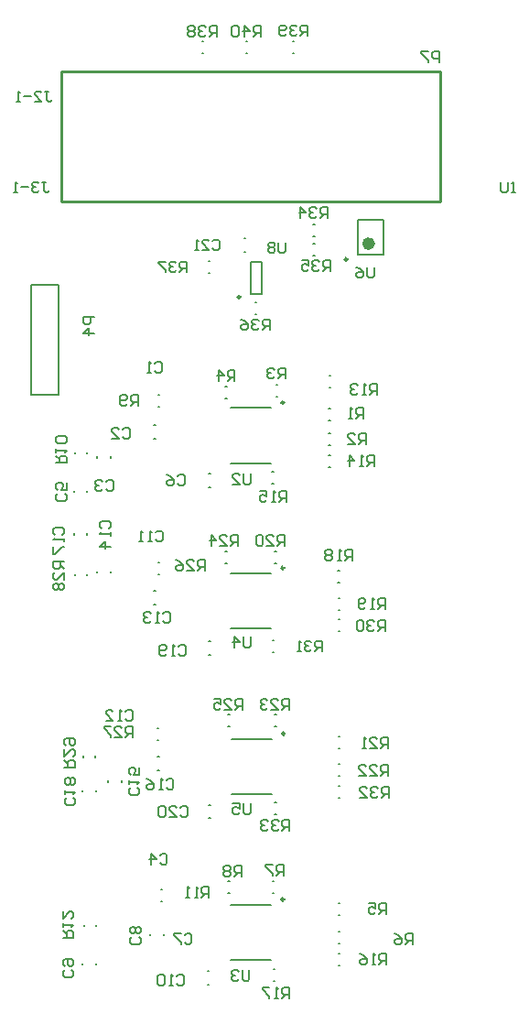
<source format=gbr>
G04 Layer_Color=32896*
%FSLAX26Y26*%
%MOIN*%
%TF.FileFunction,Legend,Bot*%
%TF.Part,Single*%
G01*
G75*
%TA.AperFunction,NonConductor*%
%ADD34C,0.009842*%
%ADD35C,0.023622*%
%ADD36C,0.007874*%
%ADD37C,0.010000*%
D34*
X1021063Y-979921D02*
G03*
X1021063Y-979921I-4921J0D01*
G01*
X1024063Y-1582921D02*
G03*
X1024063Y-1582921I-4921J0D01*
G01*
X1021063Y-2185921D02*
G03*
X1021063Y-2185921I-4921J0D01*
G01*
X1252000Y143291D02*
G03*
X1252000Y143291I-4921J0D01*
G01*
X1021063Y-378102D02*
G03*
X1021063Y-378102I-4921J0D01*
G01*
X861890Y6110D02*
G03*
X861890Y6110I-4921J0D01*
G01*
D35*
X1340583Y200378D02*
G03*
X1340583Y200378I-11811J0D01*
G01*
D36*
X1220032Y-2241630D02*
X1223968D01*
X1220032Y-2198322D02*
X1223968D01*
X563132Y-1001654D02*
X567068D01*
X563132Y-958346D02*
X567068D01*
X255394Y-701968D02*
Y-698032D01*
X304606Y-701968D02*
Y-698032D01*
X339194Y-577968D02*
Y-574032D01*
X388406Y-577968D02*
Y-574032D01*
X301654Y-1005582D02*
Y-1001646D01*
X258346Y-1005582D02*
Y-1001646D01*
X304606Y-857968D02*
Y-854032D01*
X255394Y-857968D02*
Y-854032D01*
X388406Y-996724D02*
Y-992788D01*
X339194Y-996724D02*
Y-992788D01*
X1128031Y158346D02*
X1131969D01*
X1128031Y201654D02*
X1131969D01*
X1128031Y271654D02*
X1131969D01*
X1128031Y228346D02*
X1131969D01*
X827166Y-999606D02*
X972834D01*
X827166Y-1200394D02*
X972834D01*
X723276Y892346D02*
X727212D01*
X723276Y935654D02*
X727212D01*
X883276Y892346D02*
X887212D01*
X883276Y935654D02*
X887212D01*
X1053276Y892346D02*
X1057212D01*
X1053276Y935654D02*
X1057212D01*
X1218032Y-988346D02*
X1221968D01*
X1218032Y-1031654D02*
X1221968D01*
X1186566Y-278346D02*
X1190504D01*
X1186566Y-321654D02*
X1190504D01*
X808032Y-318346D02*
X811968D01*
X808032Y-361654D02*
X811968D01*
X331654Y-1667968D02*
Y-1664032D01*
X288346Y-1667968D02*
Y-1664032D01*
X336462Y-1792281D02*
Y-1788343D01*
X287250Y-1792281D02*
Y-1788343D01*
X429638Y-1757968D02*
Y-1754032D01*
X380424Y-1757968D02*
Y-1754032D01*
X818032Y-1557654D02*
X821968D01*
X818032Y-1514346D02*
X821968D01*
X559322Y-1564346D02*
X563260D01*
X559322Y-1607654D02*
X563260D01*
X561032Y-1715606D02*
X564968D01*
X561032Y-1666394D02*
X564968D01*
X1220032Y-1737654D02*
X1223968D01*
X1220032Y-1694346D02*
X1223968D01*
X830166Y-1803394D02*
X975834D01*
X830166Y-1602606D02*
X975834D01*
X988032Y-1877654D02*
X991968D01*
X988032Y-1834346D02*
X991968D01*
X748032Y-1890606D02*
X751968D01*
X748032Y-1841394D02*
X751968D01*
X978032Y-628346D02*
X981968D01*
X978032Y-671654D02*
X981968D01*
X1184566Y-611654D02*
X1188504D01*
X1184566Y-568346D02*
X1188504D01*
X1184566Y-398346D02*
X1188504D01*
X1184566Y-441654D02*
X1188504D01*
X563132Y-391654D02*
X567068D01*
X563132Y-348346D02*
X567068D01*
X548032Y-459598D02*
X551968D01*
X548032Y-508812D02*
X551968D01*
X748032Y-635394D02*
X751968D01*
X748032Y-684606D02*
X751968D01*
X988032Y-1514346D02*
X991968D01*
X988032Y-1557654D02*
X991968D01*
X548032Y-1062598D02*
X551968D01*
X548032Y-1111812D02*
X551968D01*
X1220032Y-1211220D02*
X1223968D01*
X1220032Y-1167914D02*
X1223968D01*
X1184566Y-488142D02*
X1188504D01*
X1184566Y-531448D02*
X1188504D01*
X1220032Y-1637654D02*
X1223968D01*
X1220032Y-1594346D02*
X1223968D01*
X978727Y-1242354D02*
X982663D01*
X978727Y-1285662D02*
X982663D01*
X988032Y-961654D02*
X991968D01*
X988032Y-918346D02*
X991968D01*
X808032D02*
X811968D01*
X808032Y-961654D02*
X811968D01*
X748032Y-1245394D02*
X751968D01*
X748032Y-1294606D02*
X751968D01*
X336684Y-2283410D02*
Y-2279472D01*
X293378Y-2283410D02*
Y-2279472D01*
X336462Y-2423410D02*
Y-2419472D01*
X287250Y-2423410D02*
Y-2419472D01*
X581921Y-2316875D02*
Y-2312937D01*
X532707Y-2316875D02*
Y-2312937D01*
X827166Y-2406394D02*
X972834D01*
X827166Y-2205606D02*
X972834D01*
X1220032Y-2382308D02*
X1223968D01*
X1220032Y-2425614D02*
X1223968D01*
X1220032Y-2347654D02*
X1223968D01*
X1220032Y-2304346D02*
X1223968D01*
X991679Y-355662D02*
X995615D01*
X991679Y-312354D02*
X995615D01*
X1220032Y-1774346D02*
X1223968D01*
X1220032Y-1817654D02*
X1223968D01*
X983062Y-2483094D02*
X987000D01*
X983062Y-2439788D02*
X987000D01*
X978346Y-2118992D02*
X982284D01*
X978346Y-2162300D02*
X982284D01*
X818032Y-2162654D02*
X821968D01*
X818032Y-2119346D02*
X821968D01*
X573062Y-2149788D02*
X577000D01*
X573062Y-2193094D02*
X577000D01*
X743062Y-2496048D02*
X747000D01*
X743062Y-2446834D02*
X747000D01*
X1289402Y161008D02*
Y286992D01*
X1383890Y161008D02*
Y286992D01*
X1289402Y161008D02*
X1383890D01*
X1289402Y286992D02*
X1383890D01*
X1220032Y-1091142D02*
X1223968D01*
X1220032Y-1134448D02*
X1223968D01*
X258346Y-564126D02*
Y-560190D01*
X301654Y-564126D02*
Y-560190D01*
X827166Y-397788D02*
X972834D01*
X827166Y-598574D02*
X972834D01*
X100000Y-350000D02*
X200000D01*
Y50000D01*
X100000Y-350000D02*
Y50000D01*
X200000D01*
X745512Y94339D02*
X749449D01*
X745512Y137646D02*
X749449D01*
X915512Y-12354D02*
X919449D01*
X915512Y-55661D02*
X919449D01*
X938661Y16937D02*
Y135047D01*
X899291Y16937D02*
Y135047D01*
X938661D01*
X899291Y16937D02*
X938661D01*
X875512Y171386D02*
X879449D01*
X875512Y220599D02*
X879449D01*
X1394000Y-2239795D02*
Y-2200438D01*
X1374321D01*
X1367762Y-2206997D01*
Y-2220116D01*
X1374321Y-2226676D01*
X1394000D01*
X1380881D02*
X1367762Y-2239795D01*
X1328404Y-2200438D02*
X1354643D01*
Y-2220116D01*
X1341524Y-2213557D01*
X1334964D01*
X1328404Y-2220116D01*
Y-2233235D01*
X1334964Y-2239795D01*
X1348083D01*
X1354643Y-2233235D01*
X732464Y-989409D02*
Y-950052D01*
X712785D01*
X706226Y-956611D01*
Y-969731D01*
X712785Y-976290D01*
X732464D01*
X719345D02*
X706226Y-989409D01*
X666868D02*
X693106D01*
X666868Y-963171D01*
Y-956611D01*
X673428Y-950052D01*
X686547D01*
X693106Y-956611D01*
X627511Y-950052D02*
X640630Y-956611D01*
X653749Y-969731D01*
Y-982850D01*
X647189Y-989409D01*
X634070D01*
X627511Y-982850D01*
Y-976290D01*
X634070Y-969731D01*
X653749D01*
X900000Y-635680D02*
Y-668478D01*
X893440Y-675038D01*
X880321D01*
X873762Y-668478D01*
Y-635680D01*
X834404Y-675038D02*
X860643D01*
X834404Y-648799D01*
Y-642240D01*
X840964Y-635680D01*
X854083D01*
X860643Y-642240D01*
X1390000Y-1210000D02*
Y-1170643D01*
X1370321D01*
X1363762Y-1177202D01*
Y-1190321D01*
X1370321Y-1196881D01*
X1390000D01*
X1376881D02*
X1363762Y-1210000D01*
X1350643Y-1177202D02*
X1344083Y-1170643D01*
X1330964D01*
X1324404Y-1177202D01*
Y-1183762D01*
X1330964Y-1190321D01*
X1337524D01*
X1330964D01*
X1324404Y-1196881D01*
Y-1203440D01*
X1330964Y-1210000D01*
X1344083D01*
X1350643Y-1203440D01*
X1311285Y-1177202D02*
X1304726Y-1170643D01*
X1291607D01*
X1285047Y-1177202D01*
Y-1203440D01*
X1291607Y-1210000D01*
X1304726D01*
X1311285Y-1203440D01*
Y-1177202D01*
X1348604Y115350D02*
Y82552D01*
X1342044Y75992D01*
X1328925D01*
X1322366Y82552D01*
Y115350D01*
X1283008D02*
X1296127Y108790D01*
X1309246Y95671D01*
Y82552D01*
X1302687Y75992D01*
X1289568D01*
X1283008Y82552D01*
Y89111D01*
X1289568Y95671D01*
X1309246D01*
X900000Y-1229068D02*
Y-1261866D01*
X893440Y-1268425D01*
X880321D01*
X873762Y-1261866D01*
Y-1229068D01*
X840964Y-1268425D02*
Y-1229068D01*
X860643Y-1248746D01*
X834404D01*
X1190000Y100000D02*
Y139357D01*
X1170321D01*
X1163762Y132798D01*
Y119679D01*
X1170321Y113119D01*
X1190000D01*
X1176881D02*
X1163762Y100000D01*
X1150643Y132798D02*
X1144083Y139357D01*
X1130964D01*
X1124404Y132798D01*
Y126238D01*
X1130964Y119679D01*
X1137524D01*
X1130964D01*
X1124404Y113119D01*
Y106560D01*
X1130964Y100000D01*
X1144083D01*
X1150643Y106560D01*
X1085047Y139357D02*
X1111285D01*
Y119679D01*
X1098166Y126238D01*
X1091607D01*
X1085047Y119679D01*
Y106560D01*
X1091607Y100000D01*
X1104726D01*
X1111285Y106560D01*
X1179803Y293404D02*
Y332762D01*
X1160124D01*
X1153564Y326202D01*
Y313083D01*
X1160124Y306524D01*
X1179803D01*
X1166683D02*
X1153564Y293404D01*
X1140445Y326202D02*
X1133886Y332762D01*
X1120766D01*
X1114207Y326202D01*
Y319643D01*
X1120766Y313083D01*
X1127326D01*
X1120766D01*
X1114207Y306524D01*
Y299964D01*
X1120766Y293404D01*
X1133886D01*
X1140445Y299964D01*
X1081409Y293404D02*
Y332762D01*
X1101088Y313083D01*
X1074850D01*
X1160695Y-1284008D02*
Y-1244650D01*
X1141016D01*
X1134457Y-1251210D01*
Y-1264329D01*
X1141016Y-1270889D01*
X1160695D01*
X1147576D02*
X1134457Y-1284008D01*
X1121337Y-1251210D02*
X1114778Y-1244650D01*
X1101659D01*
X1095099Y-1251210D01*
Y-1257770D01*
X1101659Y-1264329D01*
X1108218D01*
X1101659D01*
X1095099Y-1270889D01*
Y-1277448D01*
X1101659Y-1284008D01*
X1114778D01*
X1121337Y-1277448D01*
X1081980Y-1284008D02*
X1068861D01*
X1075420D01*
Y-1244650D01*
X1081980Y-1251210D01*
X220000Y-956000D02*
X180643D01*
Y-975678D01*
X187202Y-982238D01*
X200321D01*
X206881Y-975678D01*
Y-956000D01*
Y-969119D02*
X220000Y-982238D01*
Y-1021595D02*
Y-995357D01*
X193762Y-1021595D01*
X187202D01*
X180643Y-1015036D01*
Y-1001917D01*
X187202Y-995357D01*
Y-1034715D02*
X180643Y-1041274D01*
Y-1054393D01*
X187202Y-1060953D01*
X193762D01*
X200321Y-1054393D01*
X206881Y-1060953D01*
X213441D01*
X220000Y-1054393D01*
Y-1041274D01*
X213441Y-1034715D01*
X206881D01*
X200321Y-1041274D01*
X193762Y-1034715D01*
X187202D01*
X200321Y-1041274D02*
Y-1054393D01*
X853465Y-900000D02*
Y-860643D01*
X833786D01*
X827226Y-867202D01*
Y-880321D01*
X833786Y-886881D01*
X853465D01*
X840345D02*
X827226Y-900000D01*
X787869D02*
X814107D01*
X787869Y-873762D01*
Y-867202D01*
X794428Y-860643D01*
X807548D01*
X814107Y-867202D01*
X755071Y-900000D02*
Y-860643D01*
X774750Y-880321D01*
X748511D01*
X1023465Y-900000D02*
Y-860643D01*
X1003786D01*
X997226Y-867202D01*
Y-880321D01*
X1003786Y-886881D01*
X1023465D01*
X1010346D02*
X997226Y-900000D01*
X957869D02*
X984107D01*
X957869Y-873762D01*
Y-867202D01*
X964428Y-860643D01*
X977548D01*
X984107Y-867202D01*
X944750D02*
X938190Y-860643D01*
X925071D01*
X918512Y-867202D01*
Y-893440D01*
X925071Y-900000D01*
X938190D01*
X944750Y-893440D01*
Y-867202D01*
X1390000Y-1130000D02*
Y-1090643D01*
X1370321D01*
X1363762Y-1097202D01*
Y-1110321D01*
X1370321Y-1116881D01*
X1390000D01*
X1376881D02*
X1363762Y-1130000D01*
X1350643D02*
X1337524D01*
X1344083D01*
Y-1090643D01*
X1350643Y-1097202D01*
X1317845Y-1123440D02*
X1311285Y-1130000D01*
X1298166D01*
X1291607Y-1123440D01*
Y-1097202D01*
X1298166Y-1090643D01*
X1311285D01*
X1317845Y-1097202D01*
Y-1103762D01*
X1311285Y-1110321D01*
X1291607D01*
X1268236Y-951394D02*
Y-912036D01*
X1248557D01*
X1241998Y-918596D01*
Y-931715D01*
X1248557Y-938275D01*
X1268236D01*
X1255117D02*
X1241998Y-951394D01*
X1228879D02*
X1215760D01*
X1222319D01*
Y-912036D01*
X1228879Y-918596D01*
X1196081D02*
X1189521Y-912036D01*
X1176402D01*
X1169843Y-918596D01*
Y-925156D01*
X1176402Y-931715D01*
X1169843Y-938275D01*
Y-944834D01*
X1176402Y-951394D01*
X1189521D01*
X1196081Y-944834D01*
Y-938275D01*
X1189521Y-931715D01*
X1196081Y-925156D01*
Y-918596D01*
X1189521Y-931715D02*
X1176402D01*
X1030000Y-740000D02*
Y-700643D01*
X1010321D01*
X1003762Y-707202D01*
Y-720321D01*
X1010321Y-726881D01*
X1030000D01*
X1016881D02*
X1003762Y-740000D01*
X990643D02*
X977524D01*
X984083D01*
Y-700643D01*
X990643Y-707202D01*
X931607Y-700643D02*
X957845D01*
Y-720321D01*
X944726Y-713762D01*
X938166D01*
X931607Y-720321D01*
Y-733440D01*
X938166Y-740000D01*
X951285D01*
X957845Y-733440D01*
X1350000Y-610000D02*
Y-570643D01*
X1330321D01*
X1323762Y-577202D01*
Y-590321D01*
X1330321Y-596881D01*
X1350000D01*
X1336881D02*
X1323762Y-610000D01*
X1310643D02*
X1297524D01*
X1304083D01*
Y-570643D01*
X1310643Y-577202D01*
X1258166Y-610000D02*
Y-570643D01*
X1277845Y-590321D01*
X1251607D01*
X190000Y-597591D02*
X229358D01*
Y-577912D01*
X222798Y-571353D01*
X209679D01*
X203119Y-577912D01*
Y-597591D01*
Y-584472D02*
X190000Y-571353D01*
Y-558234D02*
Y-545114D01*
Y-551674D01*
X229358D01*
X222798Y-558234D01*
Y-525436D02*
X229358Y-518876D01*
Y-505757D01*
X222798Y-499197D01*
X196560D01*
X190000Y-505757D01*
Y-518876D01*
X196560Y-525436D01*
X222798D01*
X490000Y-390000D02*
Y-350643D01*
X470321D01*
X463762Y-357202D01*
Y-370321D01*
X470321Y-376881D01*
X490000D01*
X476881D02*
X463762Y-390000D01*
X450643Y-383440D02*
X444083Y-390000D01*
X430964D01*
X424404Y-383440D01*
Y-357202D01*
X430964Y-350643D01*
X444083D01*
X450643Y-357202D01*
Y-363762D01*
X444083Y-370321D01*
X424404D01*
X841289Y-300000D02*
Y-260643D01*
X821610D01*
X815051Y-267202D01*
Y-280321D01*
X821610Y-286881D01*
X841289D01*
X828170D02*
X815051Y-300000D01*
X782253D02*
Y-260643D01*
X801932Y-280321D01*
X775693D01*
X1025427Y-290863D02*
Y-251506D01*
X1005749D01*
X999189Y-258065D01*
Y-271185D01*
X1005749Y-277744D01*
X1025427D01*
X1012308D02*
X999189Y-290863D01*
X986070Y-258065D02*
X979510Y-251506D01*
X966391D01*
X959832Y-258065D01*
Y-264625D01*
X966391Y-271185D01*
X972951D01*
X966391D01*
X959832Y-277744D01*
Y-284304D01*
X966391Y-290863D01*
X979510D01*
X986070Y-284304D01*
X1320000Y-530000D02*
Y-490643D01*
X1300321D01*
X1293762Y-497202D01*
Y-510321D01*
X1300321Y-516881D01*
X1320000D01*
X1306881D02*
X1293762Y-530000D01*
X1254404D02*
X1280643D01*
X1254404Y-503762D01*
Y-497202D01*
X1260964Y-490643D01*
X1274083D01*
X1280643Y-497202D01*
X1309716Y-436976D02*
Y-397619D01*
X1290038D01*
X1283478Y-404178D01*
Y-417298D01*
X1290038Y-423857D01*
X1309716D01*
X1296597D02*
X1283478Y-436976D01*
X1270359D02*
X1257240D01*
X1263800D01*
Y-397619D01*
X1270359Y-404178D01*
X357202Y-836238D02*
X350643Y-829679D01*
Y-816560D01*
X357202Y-810000D01*
X383440D01*
X390000Y-816560D01*
Y-829679D01*
X383440Y-836238D01*
X390000Y-849357D02*
Y-862476D01*
Y-855917D01*
X350643D01*
X357202Y-849357D01*
X390000Y-901834D02*
X350643D01*
X370321Y-882155D01*
Y-908393D01*
X552950Y-851210D02*
X559509Y-844650D01*
X572628D01*
X579188Y-851210D01*
Y-877448D01*
X572628Y-884008D01*
X559509D01*
X552950Y-877448D01*
X539830Y-884008D02*
X526711D01*
X533271D01*
Y-844650D01*
X539830Y-851210D01*
X507033Y-884008D02*
X493913D01*
X500473D01*
Y-844650D01*
X507033Y-851210D01*
X633762Y-647202D02*
X640321Y-640643D01*
X653440D01*
X660000Y-647202D01*
Y-673440D01*
X653440Y-680000D01*
X640321D01*
X633762Y-673440D01*
X594404Y-640643D02*
X607524Y-647202D01*
X620643Y-660321D01*
Y-673440D01*
X614083Y-680000D01*
X600964D01*
X594404Y-673440D01*
Y-666881D01*
X600964Y-660321D01*
X620643D01*
X222798Y-709195D02*
X229357Y-715754D01*
Y-728874D01*
X222798Y-735433D01*
X196560D01*
X190000Y-728874D01*
Y-715754D01*
X196560Y-709195D01*
X229357Y-669837D02*
Y-696076D01*
X209679D01*
X216238Y-682957D01*
Y-676397D01*
X209679Y-669837D01*
X196560D01*
X190000Y-676397D01*
Y-689516D01*
X196560Y-696076D01*
X372129Y-665551D02*
X378688Y-658991D01*
X391808D01*
X398367Y-665551D01*
Y-691789D01*
X391808Y-698349D01*
X378688D01*
X372129Y-691789D01*
X359010Y-665551D02*
X352450Y-658991D01*
X339331D01*
X332772Y-665551D01*
Y-672111D01*
X339331Y-678670D01*
X345891D01*
X339331D01*
X332772Y-685230D01*
Y-691789D01*
X339331Y-698349D01*
X352450D01*
X359010Y-691789D01*
X433762Y-476998D02*
X440321Y-470438D01*
X453440D01*
X460000Y-476998D01*
Y-503236D01*
X453440Y-509795D01*
X440321D01*
X433762Y-503236D01*
X394404Y-509795D02*
X420643D01*
X394404Y-483557D01*
Y-476998D01*
X400964Y-470438D01*
X414083D01*
X420643Y-476998D01*
X1810442Y425349D02*
Y392552D01*
X1817002Y385992D01*
X1830121D01*
X1836680Y392552D01*
Y425349D01*
X1849800Y385992D02*
X1862919D01*
X1856359D01*
Y425349D01*
X1849800Y418790D01*
X637714Y-1267202D02*
X644274Y-1260643D01*
X657393D01*
X663953Y-1267202D01*
Y-1293440D01*
X657393Y-1300000D01*
X644274D01*
X637714Y-1293440D01*
X624595Y-1300000D02*
X611476D01*
X618036D01*
Y-1260643D01*
X624595Y-1267202D01*
X591797Y-1293440D02*
X585238Y-1300000D01*
X572119D01*
X565559Y-1293440D01*
Y-1267202D01*
X572119Y-1260643D01*
X585238D01*
X591797Y-1267202D01*
Y-1273762D01*
X585238Y-1280321D01*
X565559D01*
X187202Y-858238D02*
X180643Y-851678D01*
Y-838559D01*
X187202Y-832000D01*
X213441D01*
X220000Y-838559D01*
Y-851678D01*
X213441Y-858238D01*
X220000Y-871357D02*
Y-884476D01*
Y-877917D01*
X180643D01*
X187202Y-871357D01*
X180643Y-904155D02*
Y-930393D01*
X187202D01*
X213441Y-904155D01*
X220000D01*
X550308Y-235218D02*
X556867Y-228658D01*
X569987D01*
X576546Y-235218D01*
Y-261456D01*
X569987Y-268016D01*
X556867D01*
X550308Y-261456D01*
X537189Y-268016D02*
X524070D01*
X530629D01*
Y-228658D01*
X537189Y-235218D01*
X580762Y-1147202D02*
X587322Y-1140643D01*
X600441D01*
X607000Y-1147202D01*
Y-1173440D01*
X600441Y-1180000D01*
X587322D01*
X580762Y-1173440D01*
X567643Y-1180000D02*
X554524D01*
X561083D01*
Y-1140643D01*
X567643Y-1147202D01*
X534845D02*
X528285Y-1140643D01*
X515166D01*
X508607Y-1147202D01*
Y-1153762D01*
X515166Y-1160321D01*
X521726D01*
X515166D01*
X508607Y-1166881D01*
Y-1173440D01*
X515166Y-1180000D01*
X528285D01*
X534845Y-1173440D01*
X568518Y-2027202D02*
X575077Y-2020643D01*
X588197D01*
X594756Y-2027202D01*
Y-2053440D01*
X588197Y-2060000D01*
X575077D01*
X568518Y-2053440D01*
X535720Y-2060000D02*
Y-2020643D01*
X555399Y-2040321D01*
X529161D01*
X658328Y-2316510D02*
X664888Y-2309950D01*
X678007D01*
X684566Y-2316510D01*
Y-2342748D01*
X678007Y-2349308D01*
X664888D01*
X658328Y-2342748D01*
X645209Y-2309950D02*
X618971D01*
Y-2316510D01*
X645209Y-2342748D01*
Y-2349308D01*
X492798Y-2324100D02*
X499357Y-2330660D01*
Y-2343779D01*
X492798Y-2350339D01*
X466560D01*
X460000Y-2343779D01*
Y-2330660D01*
X466560Y-2324100D01*
X492798Y-2310981D02*
X499357Y-2304422D01*
Y-2291302D01*
X492798Y-2284743D01*
X486238D01*
X479679Y-2291302D01*
X473119Y-2284743D01*
X466560D01*
X460000Y-2291302D01*
Y-2304422D01*
X466560Y-2310981D01*
X473119D01*
X479679Y-2304422D01*
X486238Y-2310981D01*
X492798D01*
X479679Y-2304422D02*
Y-2291302D01*
X247829Y-2441809D02*
X254389Y-2448369D01*
Y-2461488D01*
X247829Y-2468047D01*
X221591D01*
X215031Y-2461488D01*
Y-2448369D01*
X221591Y-2441809D01*
Y-2428690D02*
X215031Y-2422130D01*
Y-2409011D01*
X221591Y-2402452D01*
X247829D01*
X254389Y-2409011D01*
Y-2422130D01*
X247829Y-2428690D01*
X241270D01*
X234710Y-2422130D01*
Y-2402452D01*
X630833Y-2466596D02*
X637392Y-2460036D01*
X650511D01*
X657071Y-2466596D01*
Y-2492834D01*
X650511Y-2499394D01*
X637392D01*
X630833Y-2492834D01*
X617713Y-2499394D02*
X604594D01*
X611154D01*
Y-2460036D01*
X617713Y-2466596D01*
X584916D02*
X578356Y-2460036D01*
X565237D01*
X558678Y-2466596D01*
Y-2492834D01*
X565237Y-2499394D01*
X578356D01*
X584916Y-2492834D01*
Y-2466596D01*
X443762Y-1503202D02*
X450321Y-1496643D01*
X463440D01*
X470000Y-1503202D01*
Y-1529440D01*
X463440Y-1536000D01*
X450321D01*
X443762Y-1529440D01*
X430643Y-1536000D02*
X417524D01*
X424083D01*
Y-1496643D01*
X430643Y-1503202D01*
X371607Y-1536000D02*
X397845D01*
X371607Y-1509762D01*
Y-1503202D01*
X378166Y-1496643D01*
X391285D01*
X397845Y-1503202D01*
X591817Y-1753202D02*
X598376Y-1746643D01*
X611495D01*
X618055Y-1753202D01*
Y-1779440D01*
X611495Y-1786000D01*
X598376D01*
X591817Y-1779440D01*
X578698Y-1786000D02*
X565579D01*
X572138D01*
Y-1746643D01*
X578698Y-1753202D01*
X519662Y-1746643D02*
X532781Y-1753202D01*
X545900Y-1766321D01*
Y-1779440D01*
X539340Y-1786000D01*
X526221D01*
X519662Y-1779440D01*
Y-1772881D01*
X526221Y-1766321D01*
X545900D01*
X487829Y-1779762D02*
X494389Y-1786321D01*
Y-1799440D01*
X487829Y-1806000D01*
X461591D01*
X455031Y-1799440D01*
Y-1786321D01*
X461591Y-1779762D01*
X455031Y-1766643D02*
Y-1753524D01*
Y-1760083D01*
X494389D01*
X487829Y-1766643D01*
X494389Y-1707607D02*
Y-1733845D01*
X474710D01*
X481270Y-1720726D01*
Y-1714166D01*
X474710Y-1707607D01*
X461591D01*
X455031Y-1714166D01*
Y-1727285D01*
X461591Y-1733845D01*
X254654Y-1816113D02*
X261214Y-1822672D01*
Y-1835792D01*
X254654Y-1842351D01*
X228416D01*
X221856Y-1835792D01*
Y-1822672D01*
X228416Y-1816113D01*
X221856Y-1802994D02*
Y-1789875D01*
Y-1796434D01*
X261214D01*
X254654Y-1802994D01*
Y-1770196D02*
X261214Y-1763636D01*
Y-1750517D01*
X254654Y-1743958D01*
X248094D01*
X241535Y-1750517D01*
X234975Y-1743958D01*
X228416D01*
X221856Y-1750517D01*
Y-1763636D01*
X228416Y-1770196D01*
X234975D01*
X241535Y-1763636D01*
X248094Y-1770196D01*
X254654D01*
X241535Y-1763636D02*
Y-1750517D01*
X643282Y-1853202D02*
X649841Y-1846643D01*
X662960D01*
X669520Y-1853202D01*
Y-1879440D01*
X662960Y-1886000D01*
X649841D01*
X643282Y-1879440D01*
X603924Y-1886000D02*
X630162D01*
X603924Y-1859762D01*
Y-1853202D01*
X610484Y-1846643D01*
X623603D01*
X630162Y-1853202D01*
X590805D02*
X584245Y-1846643D01*
X571126D01*
X564567Y-1853202D01*
Y-1879440D01*
X571126Y-1886000D01*
X584245D01*
X590805Y-1879440D01*
Y-1853202D01*
X1490000Y-2349307D02*
Y-2309950D01*
X1470321D01*
X1463762Y-2316509D01*
Y-2329628D01*
X1470321Y-2336188D01*
X1490000D01*
X1476881D02*
X1463762Y-2349307D01*
X1424404Y-2309950D02*
X1437524Y-2316509D01*
X1450643Y-2329628D01*
Y-2342747D01*
X1444083Y-2349307D01*
X1430964D01*
X1424404Y-2342747D01*
Y-2336188D01*
X1430964Y-2329628D01*
X1450643D01*
X1019142Y-2098960D02*
Y-2059602D01*
X999463D01*
X992904Y-2066162D01*
Y-2079281D01*
X999463Y-2085841D01*
X1019142D01*
X1006023D02*
X992904Y-2098960D01*
X979785Y-2059602D02*
X953547D01*
Y-2066162D01*
X979785Y-2092400D01*
Y-2098960D01*
X865032Y-2101441D02*
Y-2062084D01*
X845353D01*
X838793Y-2068643D01*
Y-2081762D01*
X845353Y-2088322D01*
X865032D01*
X851912D02*
X838793Y-2101441D01*
X825674Y-2068643D02*
X819115Y-2062084D01*
X805995D01*
X799436Y-2068643D01*
Y-2075203D01*
X805995Y-2081762D01*
X799436Y-2088322D01*
Y-2094881D01*
X805995Y-2101441D01*
X819115D01*
X825674Y-2094881D01*
Y-2088322D01*
X819115Y-2081762D01*
X825674Y-2075203D01*
Y-2068643D01*
X819115Y-2081762D02*
X805995D01*
X747480Y-2180000D02*
Y-2140643D01*
X727802D01*
X721242Y-2147202D01*
Y-2160321D01*
X727802Y-2166881D01*
X747480D01*
X734361D02*
X721242Y-2180000D01*
X708123D02*
X695004D01*
X701563D01*
Y-2140643D01*
X708123Y-2147202D01*
X675325Y-2180000D02*
X662206D01*
X668765D01*
Y-2140643D01*
X675325Y-2147202D01*
X215031Y-2326874D02*
X254389D01*
Y-2307195D01*
X247829Y-2300636D01*
X234710D01*
X228151Y-2307195D01*
Y-2326874D01*
Y-2313755D02*
X215031Y-2300636D01*
Y-2287517D02*
Y-2274398D01*
Y-2280957D01*
X254389D01*
X247829Y-2287517D01*
X215031Y-2228481D02*
Y-2254719D01*
X241270Y-2228481D01*
X247829D01*
X254389Y-2235040D01*
Y-2248159D01*
X247829Y-2254719D01*
X1394000Y-2423000D02*
Y-2383643D01*
X1374321D01*
X1367762Y-2390202D01*
Y-2403321D01*
X1374321Y-2409881D01*
X1394000D01*
X1380881D02*
X1367762Y-2423000D01*
X1354643D02*
X1341524D01*
X1348083D01*
Y-2383643D01*
X1354643Y-2390202D01*
X1295607Y-2383643D02*
X1308726Y-2390202D01*
X1321845Y-2403321D01*
Y-2416441D01*
X1315285Y-2423000D01*
X1302166D01*
X1295607Y-2416441D01*
Y-2409881D01*
X1302166Y-2403321D01*
X1321845D01*
X1040063Y-2546882D02*
Y-2507525D01*
X1020384D01*
X1013825Y-2514084D01*
Y-2527203D01*
X1020384Y-2533763D01*
X1040063D01*
X1026944D02*
X1013825Y-2546882D01*
X1000706D02*
X987587D01*
X994146D01*
Y-2507525D01*
X1000706Y-2514084D01*
X967908Y-2507525D02*
X941670D01*
Y-2514084D01*
X967908Y-2540322D01*
Y-2546882D01*
X1399644Y-1636000D02*
Y-1596643D01*
X1379965D01*
X1373406Y-1603202D01*
Y-1616321D01*
X1379965Y-1622881D01*
X1399644D01*
X1386525D02*
X1373406Y-1636000D01*
X1334049D02*
X1360287D01*
X1334049Y-1609762D01*
Y-1603202D01*
X1340608Y-1596643D01*
X1353727D01*
X1360287Y-1603202D01*
X1320929Y-1636000D02*
X1307810D01*
X1314370D01*
Y-1596643D01*
X1320929Y-1603202D01*
X1399644Y-1736000D02*
Y-1696643D01*
X1379965D01*
X1373406Y-1703202D01*
Y-1716321D01*
X1379965Y-1722881D01*
X1399644D01*
X1386525D02*
X1373406Y-1736000D01*
X1334049D02*
X1360287D01*
X1334049Y-1709762D01*
Y-1703202D01*
X1340608Y-1696643D01*
X1353727D01*
X1360287Y-1703202D01*
X1294691Y-1736000D02*
X1320929D01*
X1294691Y-1709762D01*
Y-1703202D01*
X1301251Y-1696643D01*
X1314370D01*
X1320929Y-1703202D01*
X1040000Y-1496000D02*
Y-1456643D01*
X1020321D01*
X1013762Y-1463202D01*
Y-1476321D01*
X1020321Y-1482881D01*
X1040000D01*
X1026881D02*
X1013762Y-1496000D01*
X974404D02*
X1000643D01*
X974404Y-1469762D01*
Y-1463202D01*
X980964Y-1456643D01*
X994083D01*
X1000643Y-1463202D01*
X961285D02*
X954726Y-1456643D01*
X941606D01*
X935047Y-1463202D01*
Y-1469762D01*
X941606Y-1476321D01*
X948166D01*
X941606D01*
X935047Y-1482881D01*
Y-1489440D01*
X941606Y-1496000D01*
X954726D01*
X961285Y-1489440D01*
X870000Y-1496000D02*
Y-1456643D01*
X850321D01*
X843762Y-1463202D01*
Y-1476321D01*
X850321Y-1482881D01*
X870000D01*
X856881D02*
X843762Y-1496000D01*
X804404D02*
X830643D01*
X804404Y-1469762D01*
Y-1463202D01*
X810964Y-1456643D01*
X824083D01*
X830643Y-1463202D01*
X765047Y-1456643D02*
X791285D01*
Y-1476321D01*
X778166Y-1469762D01*
X771606D01*
X765047Y-1476321D01*
Y-1489440D01*
X771606Y-1496000D01*
X784726D01*
X791285Y-1489440D01*
X470000Y-1596000D02*
Y-1556643D01*
X450321D01*
X443762Y-1563202D01*
Y-1576321D01*
X450321Y-1582881D01*
X470000D01*
X456881D02*
X443762Y-1596000D01*
X404404D02*
X430643D01*
X404404Y-1569762D01*
Y-1563202D01*
X410964Y-1556643D01*
X424083D01*
X430643Y-1563202D01*
X391285Y-1556643D02*
X365047D01*
Y-1563202D01*
X391285Y-1589440D01*
Y-1596000D01*
X220000Y-1706000D02*
X259357D01*
Y-1686321D01*
X252798Y-1679762D01*
X239679D01*
X233119Y-1686321D01*
Y-1706000D01*
Y-1692881D02*
X220000Y-1679762D01*
Y-1640404D02*
Y-1666643D01*
X246238Y-1640404D01*
X252798D01*
X259357Y-1646964D01*
Y-1660083D01*
X252798Y-1666643D01*
X226560Y-1627285D02*
X220000Y-1620726D01*
Y-1607607D01*
X226560Y-1601047D01*
X252798D01*
X259357Y-1607607D01*
Y-1620726D01*
X252798Y-1627285D01*
X246238D01*
X239679Y-1620726D01*
Y-1601047D01*
X1402825Y-1816000D02*
Y-1776643D01*
X1383147D01*
X1376587Y-1783202D01*
Y-1796321D01*
X1383147Y-1802881D01*
X1402825D01*
X1389706D02*
X1376587Y-1816000D01*
X1363468Y-1783202D02*
X1356908Y-1776643D01*
X1343789D01*
X1337230Y-1783202D01*
Y-1789762D01*
X1343789Y-1796321D01*
X1350349D01*
X1343789D01*
X1337230Y-1802881D01*
Y-1809440D01*
X1343789Y-1816000D01*
X1356908D01*
X1363468Y-1809440D01*
X1297872Y-1816000D02*
X1324110D01*
X1297872Y-1789762D01*
Y-1783202D01*
X1304432Y-1776643D01*
X1317551D01*
X1324110Y-1783202D01*
X1041000Y-1936000D02*
Y-1896643D01*
X1021321D01*
X1014762Y-1903202D01*
Y-1916321D01*
X1021321Y-1922881D01*
X1041000D01*
X1027881D02*
X1014762Y-1936000D01*
X1001643Y-1903202D02*
X995083Y-1896643D01*
X981964D01*
X975404Y-1903202D01*
Y-1909762D01*
X981964Y-1916321D01*
X988523D01*
X981964D01*
X975404Y-1922881D01*
Y-1929440D01*
X981964Y-1936000D01*
X995083D01*
X1001643Y-1929440D01*
X962285Y-1903202D02*
X955726Y-1896643D01*
X942606D01*
X936047Y-1903202D01*
Y-1909762D01*
X942606Y-1916321D01*
X949166D01*
X942606D01*
X936047Y-1922881D01*
Y-1929440D01*
X942606Y-1936000D01*
X955726D01*
X962285Y-1929440D01*
X1360423Y-350000D02*
Y-310642D01*
X1340744D01*
X1334185Y-317202D01*
Y-330321D01*
X1340744Y-336881D01*
X1360423D01*
X1347304D02*
X1334185Y-350000D01*
X1321066D02*
X1307947D01*
X1314506D01*
Y-310642D01*
X1321066Y-317202D01*
X1288268D02*
X1281708Y-310642D01*
X1268589D01*
X1262030Y-317202D01*
Y-323762D01*
X1268589Y-330321D01*
X1275149D01*
X1268589D01*
X1262030Y-336881D01*
Y-343440D01*
X1268589Y-350000D01*
X1281708D01*
X1288268Y-343440D01*
X894756Y-2442084D02*
Y-2474881D01*
X888196Y-2481441D01*
X875077D01*
X868518Y-2474881D01*
Y-2442084D01*
X855399Y-2448643D02*
X848839Y-2442084D01*
X835720D01*
X829160Y-2448643D01*
Y-2455203D01*
X835720Y-2461762D01*
X842279D01*
X835720D01*
X829160Y-2468322D01*
Y-2474881D01*
X835720Y-2481441D01*
X848839D01*
X855399Y-2474881D01*
X900000Y-1836643D02*
Y-1869440D01*
X893440Y-1876000D01*
X880321D01*
X873762Y-1869440D01*
Y-1836643D01*
X834404D02*
X860643D01*
Y-1856321D01*
X847524Y-1849762D01*
X840964D01*
X834404Y-1856321D01*
Y-1869440D01*
X840964Y-1876000D01*
X854083D01*
X860643Y-1869440D01*
X1586236Y859606D02*
Y898964D01*
X1566557D01*
X1559998Y892404D01*
Y879285D01*
X1566557Y872725D01*
X1586236D01*
X1546879Y898964D02*
X1520641D01*
Y892404D01*
X1546879Y866166D01*
Y859606D01*
X775244Y954000D02*
Y993357D01*
X755565D01*
X749006Y986798D01*
Y973679D01*
X755565Y967119D01*
X775244D01*
X762125D02*
X749006Y954000D01*
X735887Y986798D02*
X729327Y993357D01*
X716208D01*
X709649Y986798D01*
Y980238D01*
X716208Y973679D01*
X722768D01*
X716208D01*
X709649Y967119D01*
Y960560D01*
X716208Y954000D01*
X729327D01*
X735887Y960560D01*
X696529Y986798D02*
X689970Y993357D01*
X676851D01*
X670291Y986798D01*
Y980238D01*
X676851Y973679D01*
X670291Y967119D01*
Y960560D01*
X676851Y954000D01*
X689970D01*
X696529Y960560D01*
Y967119D01*
X689970Y973679D01*
X696529Y980238D01*
Y986798D01*
X689970Y973679D02*
X676851D01*
X1107480Y955992D02*
Y995350D01*
X1087802D01*
X1081242Y988790D01*
Y975671D01*
X1087802Y969111D01*
X1107480D01*
X1094361D02*
X1081242Y955992D01*
X1068123Y988790D02*
X1061563Y995350D01*
X1048444D01*
X1041885Y988790D01*
Y982230D01*
X1048444Y975671D01*
X1055004D01*
X1048444D01*
X1041885Y969111D01*
Y962552D01*
X1048444Y955992D01*
X1061563D01*
X1068123Y962552D01*
X1028765D02*
X1022206Y955992D01*
X1009087D01*
X1002527Y962552D01*
Y988790D01*
X1009087Y995350D01*
X1022206D01*
X1028765Y988790D01*
Y982230D01*
X1022206Y975671D01*
X1002527D01*
X935244Y954000D02*
Y993357D01*
X915565D01*
X909006Y986798D01*
Y973679D01*
X915565Y967119D01*
X935244D01*
X922125D02*
X909006Y954000D01*
X876208D02*
Y993357D01*
X895887Y973679D01*
X869649D01*
X856529Y986798D02*
X849970Y993357D01*
X836851D01*
X830291Y986798D01*
Y960560D01*
X836851Y954000D01*
X849970D01*
X856529Y960560D01*
Y986798D01*
X330000Y-66000D02*
X290643D01*
Y-85679D01*
X297202Y-92238D01*
X310321D01*
X316881Y-85679D01*
Y-66000D01*
X330000Y-125036D02*
X290643D01*
X310321Y-105357D01*
Y-131596D01*
X761242Y208790D02*
X767802Y215350D01*
X780921D01*
X787480Y208790D01*
Y182552D01*
X780921Y175992D01*
X767802D01*
X761242Y182552D01*
X721885Y175992D02*
X748123D01*
X721885Y202230D01*
Y208790D01*
X728444Y215350D01*
X741563D01*
X748123Y208790D01*
X708765Y175992D02*
X695646D01*
X702206D01*
Y215350D01*
X708765Y208790D01*
X968504Y-114008D02*
Y-74650D01*
X948825D01*
X942266Y-81210D01*
Y-94329D01*
X948825Y-100889D01*
X968504D01*
X955385D02*
X942266Y-114008D01*
X929146Y-81210D02*
X922587Y-74650D01*
X909468D01*
X902908Y-81210D01*
Y-87770D01*
X909468Y-94329D01*
X916027D01*
X909468D01*
X902908Y-100889D01*
Y-107448D01*
X909468Y-114008D01*
X922587D01*
X929146Y-107448D01*
X863551Y-74650D02*
X876670Y-81210D01*
X889789Y-94329D01*
Y-107448D01*
X883230Y-114008D01*
X870110D01*
X863551Y-107448D01*
Y-100889D01*
X870110Y-94329D01*
X889789D01*
X667480Y95992D02*
Y135350D01*
X647802D01*
X641242Y128790D01*
Y115671D01*
X647802Y109111D01*
X667480D01*
X654361D02*
X641242Y95992D01*
X628123Y128790D02*
X621563Y135350D01*
X608444D01*
X601885Y128790D01*
Y122230D01*
X608444Y115671D01*
X615004D01*
X608444D01*
X601885Y109111D01*
Y102552D01*
X608444Y95992D01*
X621563D01*
X628123Y102552D01*
X588765Y135350D02*
X562527D01*
Y128790D01*
X588765Y102552D01*
Y95992D01*
X1027480Y205350D02*
Y172552D01*
X1020921Y165992D01*
X1007802D01*
X1001242Y172552D01*
Y205350D01*
X988123Y198790D02*
X981563Y205350D01*
X968444D01*
X961885Y198790D01*
Y192230D01*
X968444Y185671D01*
X961885Y179111D01*
Y172552D01*
X968444Y165992D01*
X981563D01*
X988123Y172552D01*
Y179111D01*
X981563Y185671D01*
X988123Y192230D01*
Y198790D01*
X981563Y185671D02*
X968444D01*
X151242Y755350D02*
X164361D01*
X157802D01*
Y722552D01*
X164361Y715992D01*
X170921D01*
X177480Y722552D01*
X111885Y715992D02*
X138123D01*
X111885Y742230D01*
Y748790D01*
X118444Y755350D01*
X131563D01*
X138123Y748790D01*
X98766Y735671D02*
X72527D01*
X59408Y715992D02*
X46289D01*
X52849D01*
Y755350D01*
X59408Y748790D01*
X141242Y425349D02*
X154361D01*
X147802D01*
Y392552D01*
X154361Y385992D01*
X160921D01*
X167480Y392552D01*
X128123Y418790D02*
X121563Y425349D01*
X108444D01*
X101885Y418790D01*
Y412230D01*
X108444Y405671D01*
X115004D01*
X108444D01*
X101885Y399111D01*
Y392552D01*
X108444Y385992D01*
X121563D01*
X128123Y392552D01*
X88766Y405671D02*
X62527D01*
X49408Y385992D02*
X36289D01*
X42849D01*
Y425349D01*
X49408Y418790D01*
D37*
X1588976Y353600D02*
Y826400D01*
X211024Y353600D02*
X1588976D01*
X211024D02*
Y826400D01*
X1588976D01*
%TF.MD5,21de10d91bc0800e97343ec6c1889023*%
M02*

</source>
